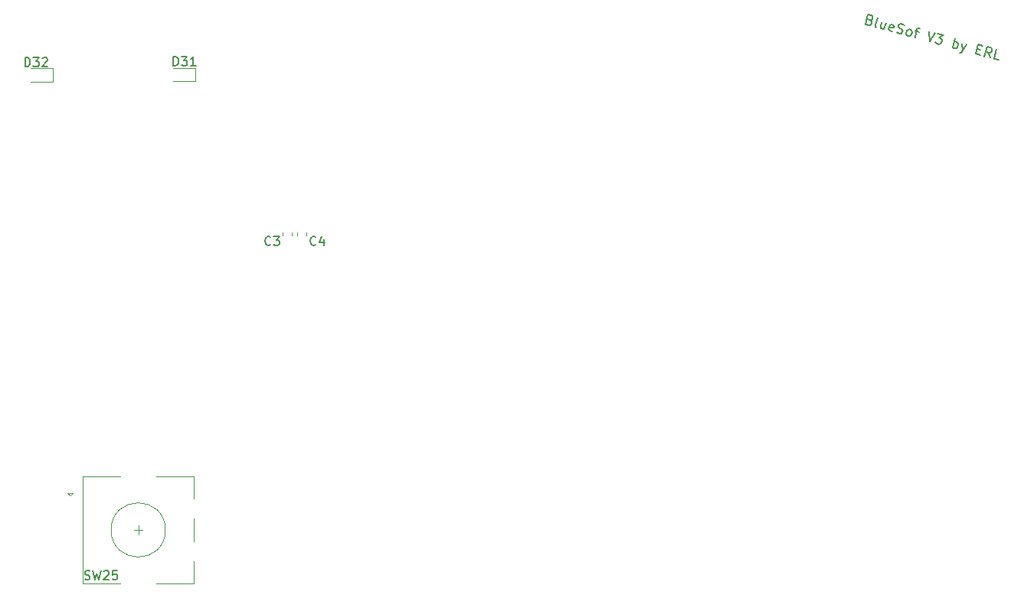
<source format=gto>
G04 #@! TF.GenerationSoftware,KiCad,Pcbnew,(5.99.0-8557-g8988e46ab1)*
G04 #@! TF.CreationDate,2021-02-20T09:24:53-07:00*
G04 #@! TF.ProjectId,BlueSof,426c7565-536f-4662-9e6b-696361645f70,rev?*
G04 #@! TF.SameCoordinates,PX85099e0PY51bada0*
G04 #@! TF.FileFunction,Legend,Top*
G04 #@! TF.FilePolarity,Positive*
%FSLAX46Y46*%
G04 Gerber Fmt 4.6, Leading zero omitted, Abs format (unit mm)*
G04 Created by KiCad (PCBNEW (5.99.0-8557-g8988e46ab1)) date 2021-02-20 09:24:53*
%MOMM*%
%LPD*%
G01*
G04 APERTURE LIST*
%ADD10C,0.200000*%
%ADD11C,0.150000*%
%ADD12C,0.120000*%
G04 APERTURE END LIST*
D10*
X40688668Y41933229D02*
X40826899Y41841962D01*
X40863938Y41777808D01*
X40887419Y41663059D01*
X40846748Y41511271D01*
X40769037Y41423636D01*
X40704884Y41386597D01*
X40590135Y41363115D01*
X40185366Y41471572D01*
X40470067Y42534091D01*
X40824239Y42439191D01*
X40911874Y42361480D01*
X40948913Y42297327D01*
X40972395Y42182577D01*
X40945281Y42081385D01*
X40867570Y41993750D01*
X40803417Y41956711D01*
X40688668Y41933229D01*
X40334495Y42028130D01*
X41399672Y41146200D02*
X41312037Y41223910D01*
X41288556Y41338660D01*
X41532585Y42249390D01*
X42449607Y41624073D02*
X42259806Y40915728D01*
X41994242Y41746088D02*
X41845113Y41189531D01*
X41868595Y41074781D01*
X41956230Y40997071D01*
X42108018Y40956399D01*
X42222767Y40979881D01*
X42286921Y41016920D01*
X43184094Y40722295D02*
X43069344Y40698813D01*
X42866960Y40753042D01*
X42779325Y40830752D01*
X42755843Y40945501D01*
X42864300Y41350270D01*
X42942011Y41437905D01*
X43056760Y41461387D01*
X43259145Y41407158D01*
X43346780Y41329448D01*
X43370262Y41214698D01*
X43343147Y41113506D01*
X42810072Y41147886D01*
X43639459Y40600280D02*
X43777690Y40509012D01*
X44030670Y40441226D01*
X44145420Y40464708D01*
X44209573Y40501747D01*
X44287284Y40589382D01*
X44314398Y40690574D01*
X44290916Y40805324D01*
X44253877Y40869477D01*
X44166242Y40947187D01*
X43977415Y41052012D01*
X43889780Y41129723D01*
X43852741Y41193876D01*
X43829259Y41308625D01*
X43856374Y41409818D01*
X43934084Y41497453D01*
X43998237Y41534492D01*
X44112987Y41557973D01*
X44365967Y41490187D01*
X44504199Y41398920D01*
X44840208Y40224311D02*
X44752573Y40302022D01*
X44715534Y40366175D01*
X44692053Y40480924D01*
X44773396Y40784501D01*
X44851106Y40872136D01*
X44915259Y40909175D01*
X45030009Y40932657D01*
X45181797Y40891985D01*
X45269432Y40814275D01*
X45306471Y40750121D01*
X45329953Y40635372D01*
X45248610Y40331795D01*
X45170899Y40244160D01*
X45106746Y40207121D01*
X44991997Y40183640D01*
X44840208Y40224311D01*
X45687758Y40756413D02*
X46092527Y40647956D01*
X45649746Y40007396D02*
X45893775Y40918126D01*
X45971486Y41005761D01*
X46086235Y41029243D01*
X46187428Y41002129D01*
X47199350Y40730985D02*
X47268822Y39573566D01*
X47907696Y40541184D01*
X48160676Y40473398D02*
X48818426Y40297155D01*
X48355795Y39987286D01*
X48507584Y39946615D01*
X48595219Y39868904D01*
X48632258Y39804751D01*
X48655739Y39690001D01*
X48587953Y39437021D01*
X48510243Y39349386D01*
X48446090Y39312347D01*
X48331340Y39288865D01*
X48027763Y39370208D01*
X47940128Y39447919D01*
X47903090Y39512072D01*
X49798627Y38895707D02*
X50083328Y39958225D01*
X49974871Y39553456D02*
X50089620Y39576938D01*
X50292005Y39522709D01*
X50379640Y39444999D01*
X50416679Y39380845D01*
X50440161Y39266096D01*
X50358817Y38962519D01*
X50281107Y38874884D01*
X50216954Y38837845D01*
X50102204Y38814364D01*
X49899820Y38868592D01*
X49812185Y38946303D01*
X50848562Y39373580D02*
X50911742Y38597449D01*
X51354523Y39238008D02*
X50911742Y38597449D01*
X50742764Y38371582D01*
X50678611Y38334543D01*
X50563861Y38311062D01*
X52528158Y38760847D02*
X52882331Y38665947D01*
X52884990Y38068718D02*
X52379029Y38204290D01*
X52663730Y39266809D01*
X53169691Y39131237D01*
X53947509Y37784017D02*
X53728908Y38384879D01*
X53340356Y37946704D02*
X53625056Y39009222D01*
X54029825Y38900764D01*
X54117460Y38823054D01*
X54154499Y38758901D01*
X54177981Y38644151D01*
X54137310Y38492363D01*
X54059599Y38404728D01*
X53995446Y38367689D01*
X53880696Y38344207D01*
X53475927Y38452665D01*
X54908835Y37526431D02*
X54402874Y37662003D01*
X54687575Y38724521D01*
D11*
X-20566667Y17092858D02*
X-20614286Y17045239D01*
X-20757143Y16997620D01*
X-20852381Y16997620D01*
X-20995239Y17045239D01*
X-21090477Y17140477D01*
X-21138096Y17235715D01*
X-21185715Y17426191D01*
X-21185715Y17569048D01*
X-21138096Y17759524D01*
X-21090477Y17854762D01*
X-20995239Y17950000D01*
X-20852381Y17997620D01*
X-20757143Y17997620D01*
X-20614286Y17950000D01*
X-20566667Y17902381D01*
X-19709524Y17664286D02*
X-19709524Y16997620D01*
X-19947620Y18045239D02*
X-20185715Y17330953D01*
X-19566667Y17330953D01*
X-25566667Y17092858D02*
X-25614286Y17045239D01*
X-25757143Y16997620D01*
X-25852381Y16997620D01*
X-25995239Y17045239D01*
X-26090477Y17140477D01*
X-26138096Y17235715D01*
X-26185715Y17426191D01*
X-26185715Y17569048D01*
X-26138096Y17759524D01*
X-26090477Y17854762D01*
X-25995239Y17950000D01*
X-25852381Y17997620D01*
X-25757143Y17997620D01*
X-25614286Y17950000D01*
X-25566667Y17902381D01*
X-25233334Y17997620D02*
X-24614286Y17997620D01*
X-24947620Y17616667D01*
X-24804762Y17616667D01*
X-24709524Y17569048D01*
X-24661905Y17521429D01*
X-24614286Y17426191D01*
X-24614286Y17188096D01*
X-24661905Y17092858D01*
X-24709524Y17045239D01*
X-24804762Y16997620D01*
X-25090477Y16997620D01*
X-25185715Y17045239D01*
X-25233334Y17092858D01*
X-52714286Y36797620D02*
X-52714286Y37797620D01*
X-52476191Y37797620D01*
X-52333334Y37750000D01*
X-52238096Y37654762D01*
X-52190477Y37559524D01*
X-52142858Y37369048D01*
X-52142858Y37226191D01*
X-52190477Y37035715D01*
X-52238096Y36940477D01*
X-52333334Y36845239D01*
X-52476191Y36797620D01*
X-52714286Y36797620D01*
X-51809524Y37797620D02*
X-51190477Y37797620D01*
X-51523810Y37416667D01*
X-51380953Y37416667D01*
X-51285715Y37369048D01*
X-51238096Y37321429D01*
X-51190477Y37226191D01*
X-51190477Y36988096D01*
X-51238096Y36892858D01*
X-51285715Y36845239D01*
X-51380953Y36797620D01*
X-51666667Y36797620D01*
X-51761905Y36845239D01*
X-51809524Y36892858D01*
X-50809524Y37702381D02*
X-50761905Y37750000D01*
X-50666667Y37797620D01*
X-50428572Y37797620D01*
X-50333334Y37750000D01*
X-50285715Y37702381D01*
X-50238096Y37607143D01*
X-50238096Y37511905D01*
X-50285715Y37369048D01*
X-50857143Y36797620D01*
X-50238096Y36797620D01*
X-36314286Y36897620D02*
X-36314286Y37897620D01*
X-36076191Y37897620D01*
X-35933334Y37850000D01*
X-35838096Y37754762D01*
X-35790477Y37659524D01*
X-35742858Y37469048D01*
X-35742858Y37326191D01*
X-35790477Y37135715D01*
X-35838096Y37040477D01*
X-35933334Y36945239D01*
X-36076191Y36897620D01*
X-36314286Y36897620D01*
X-35409524Y37897620D02*
X-34790477Y37897620D01*
X-35123810Y37516667D01*
X-34980953Y37516667D01*
X-34885715Y37469048D01*
X-34838096Y37421429D01*
X-34790477Y37326191D01*
X-34790477Y37088096D01*
X-34838096Y36992858D01*
X-34885715Y36945239D01*
X-34980953Y36897620D01*
X-35266667Y36897620D01*
X-35361905Y36945239D01*
X-35409524Y36992858D01*
X-33838096Y36897620D02*
X-34409524Y36897620D01*
X-34123810Y36897620D02*
X-34123810Y37897620D01*
X-34219048Y37754762D01*
X-34314286Y37659524D01*
X-34409524Y37611905D01*
X-46109524Y-19954761D02*
X-45966667Y-20002380D01*
X-45728572Y-20002380D01*
X-45633334Y-19954761D01*
X-45585715Y-19907142D01*
X-45538096Y-19811904D01*
X-45538096Y-19716666D01*
X-45585715Y-19621428D01*
X-45633334Y-19573809D01*
X-45728572Y-19526190D01*
X-45919048Y-19478571D01*
X-46014286Y-19430952D01*
X-46061905Y-19383333D01*
X-46109524Y-19288095D01*
X-46109524Y-19192857D01*
X-46061905Y-19097619D01*
X-46014286Y-19050000D01*
X-45919048Y-19002380D01*
X-45680953Y-19002380D01*
X-45538096Y-19050000D01*
X-45204762Y-19002380D02*
X-44966667Y-20002380D01*
X-44776191Y-19288095D01*
X-44585715Y-20002380D01*
X-44347620Y-19002380D01*
X-44014286Y-19097619D02*
X-43966667Y-19050000D01*
X-43871429Y-19002380D01*
X-43633334Y-19002380D01*
X-43538096Y-19050000D01*
X-43490477Y-19097619D01*
X-43442858Y-19192857D01*
X-43442858Y-19288095D01*
X-43490477Y-19430952D01*
X-44061905Y-20002380D01*
X-43442858Y-20002380D01*
X-42538096Y-19002380D02*
X-43014286Y-19002380D01*
X-43061905Y-19478571D01*
X-43014286Y-19430952D01*
X-42919048Y-19383333D01*
X-42680953Y-19383333D01*
X-42585715Y-19430952D01*
X-42538096Y-19478571D01*
X-42490477Y-19573809D01*
X-42490477Y-19811904D01*
X-42538096Y-19907142D01*
X-42585715Y-19954761D01*
X-42680953Y-20002380D01*
X-42919048Y-20002380D01*
X-43014286Y-19954761D01*
X-43061905Y-19907142D01*
D12*
X-21590000Y18103733D02*
X-21590000Y18396267D01*
X-22610000Y18103733D02*
X-22610000Y18396267D01*
X-24247500Y18103733D02*
X-24247500Y18396267D01*
X-23227500Y18103733D02*
X-23227500Y18396267D01*
X-49615000Y35140000D02*
X-49615000Y36610000D01*
X-52075000Y35140000D02*
X-49615000Y35140000D01*
X-49615000Y36610000D02*
X-52075000Y36610000D01*
X-36375000Y35165000D02*
X-33915000Y35165000D01*
X-33915000Y36635000D02*
X-36375000Y36635000D01*
X-33915000Y35165000D02*
X-33915000Y36635000D01*
X-46300000Y-8600000D02*
X-46300000Y-20400000D01*
X-47400000Y-10400000D02*
X-47700000Y-10700000D01*
X-34100000Y-8600000D02*
X-34100000Y-11000000D01*
X-40700000Y-14500000D02*
X-39700000Y-14500000D01*
X-48000000Y-10400000D02*
X-47400000Y-10400000D01*
X-42200000Y-20400000D02*
X-46300000Y-20400000D01*
X-38200000Y-8600000D02*
X-34100000Y-8600000D01*
X-47700000Y-10700000D02*
X-48000000Y-10400000D01*
X-34100000Y-18000000D02*
X-34100000Y-20400000D01*
X-40200000Y-14000000D02*
X-40200000Y-15000000D01*
X-34100000Y-20400000D02*
X-38200000Y-20400000D01*
X-34100000Y-13200000D02*
X-34100000Y-15800000D01*
X-42200000Y-8600000D02*
X-46300000Y-8600000D01*
X-37200000Y-14500000D02*
G75*
G03*
X-37200000Y-14500000I-3000000J0D01*
G01*
M02*

</source>
